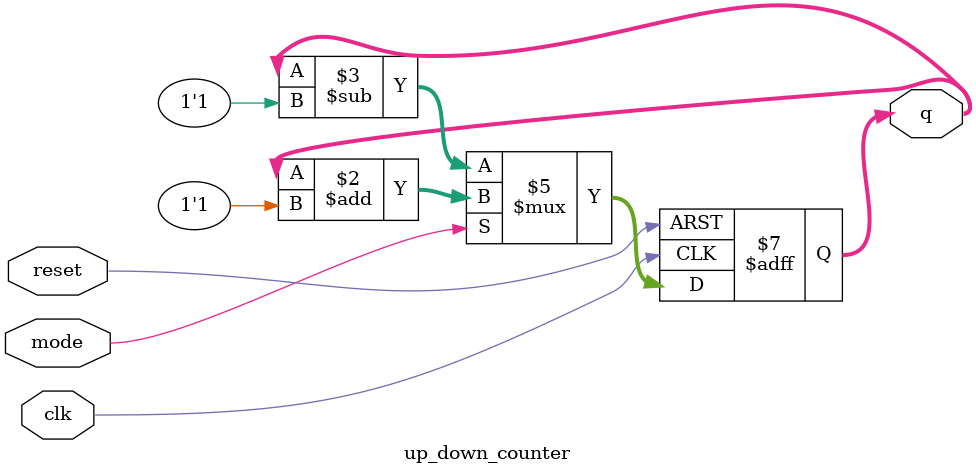
<source format=v>
module up_down_counter ( input clk, reset, mode, output reg [3:0] q);

  always@(posedge clk or posedge reset )
       if (reset) 
           q <= 0;
       else if ( mode )
           q <= q + 1'b1;
        else 
           q <= q - 1'b1;
endmodule

</source>
